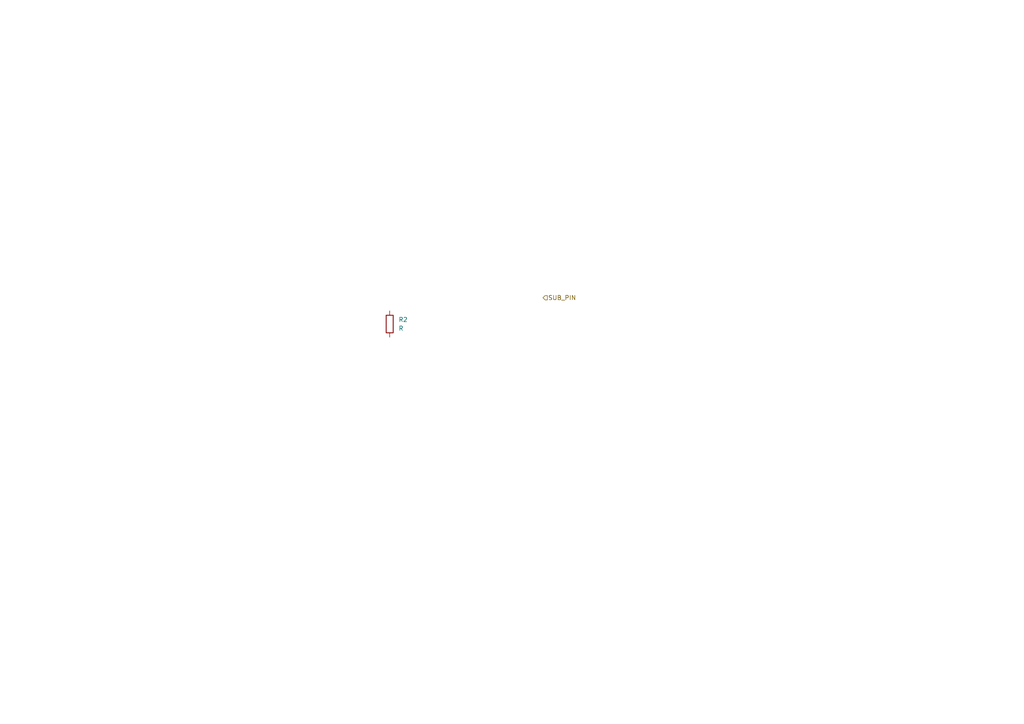
<source format=kicad_sch>
(kicad_sch (version 20211123) (generator eeschema)
  (paper "A4")
  (lib_symbols
    (symbol "Device:R" (pin_numbers hide) (pin_names (offset 0))
      (property "Reference" "R" (at 2.032 0 90))
      (property "Value" "R" (at 0 0 90))
      (symbol "R_0_1"
        (rectangle (start -1.016 -2.54) (end 1.016 2.54) (stroke (width 0.254)))
      )
      (symbol "R_1_1"
        (pin passive line (at 0 3.81 270) (length 1.27) (name "~") (number "1"))
        (pin passive line (at 0 -3.81 90) (length 1.27) (name "~") (number "2"))
      )
    )
  )
  (hierarchical_label "SUB_PIN" (shape input) (at 157.48 86.36 0))
  (symbol (lib_id "Device:R") (at 113.03 93.98 0) (unit 1)
    (property "Reference" "R2" (at 115.57 92.7099 0) (effects (justify left)))
    (property "Value" "R" (at 115.57 95.2499 0) (effects (justify left)))
  )
)
</source>
